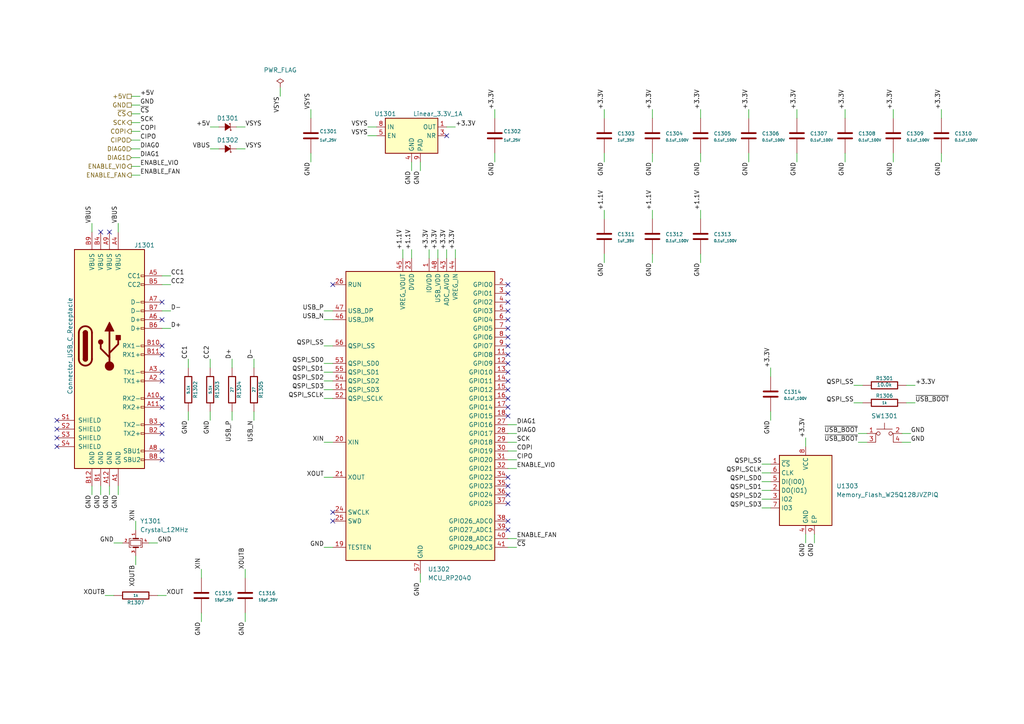
<source format=kicad_sch>
(kicad_sch (version 20230121) (generator eeschema)
  (paper "A4")
  (title_block (title "tmc5160-usb") (date "2024-05-10") (rev "1.0") (company "Howard Hughes Medical Institute"))
  (lib_symbols
    (symbol "Janelia:C_0.1uF_100V_0402" (pin_numbers hide) (pin_names (offset 0.254))
      (property "Reference" "C" (at 0 2.54 0))
      (property "Value" "0.1uF_100V" (at 0 0 0))
      (symbol "C_0.1uF_100V_0402_0_1"
        (polyline (pts (xy -2.032 -0.762) (xy 2.032 -0.762)) (stroke (width 0.508)))
        (polyline (pts (xy -2.032 0.762) (xy 2.032 0.762)) (stroke (width 0.508)))
      )
      (symbol "C_0.1uF_100V_0402_1_1"
        (pin passive line (at 0 5.08 270) (length 4.318) (name "~") (number "1"))
        (pin passive line (at 0 -5.08 90) (length 4.318) (name "~") (number "2"))
      )
    )
    (symbol "Janelia:C_15pF_25V_0402" (pin_numbers hide) (pin_names (offset 0.254))
      (property "Reference" "C" (at 0 2.54 0))
      (property "Value" "15pF_25V" (at 0 0 0))
      (symbol "C_15pF_25V_0402_0_1"
        (polyline (pts (xy -2.032 -0.762) (xy 2.032 -0.762)) (stroke (width 0.508)))
        (polyline (pts (xy -2.032 0.762) (xy 2.032 0.762)) (stroke (width 0.508)))
      )
      (symbol "C_15pF_25V_0402_1_1"
        (pin passive line (at 0 5.08 270) (length 4.318) (name "~") (number "1"))
        (pin passive line (at 0 -5.08 90) (length 4.318) (name "~") (number "2"))
      )
    )
    (symbol "Janelia:C_1uF_25V_0402" (pin_numbers hide) (pin_names (offset 0.254))
      (property "Reference" "C" (at 0 2.54 0))
      (property "Value" "1uF_25V" (at 0 0 0))
      (symbol "C_1uF_25V_0402_0_1"
        (polyline (pts (xy -2.032 -0.762) (xy 2.032 -0.762)) (stroke (width 0.508)))
        (polyline (pts (xy -2.032 0.762) (xy 2.032 0.762)) (stroke (width 0.508)))
      )
      (symbol "C_1uF_25V_0402_1_1"
        (pin passive line (at 0 5.08 270) (length 4.318) (name "~") (number "1"))
        (pin passive line (at 0 -5.08 90) (length 4.318) (name "~") (number "2"))
      )
    )
    (symbol "Janelia:C_1uF_35V_0402" (pin_numbers hide) (pin_names (offset 0.254))
      (property "Reference" "C" (at 0 2.54 0))
      (property "Value" "1uF_35V" (at 0 0 0))
      (symbol "C_1uF_35V_0402_0_1"
        (polyline (pts (xy -2.032 -0.762) (xy 2.032 -0.762)) (stroke (width 0.508)))
        (polyline (pts (xy -2.032 0.762) (xy 2.032 0.762)) (stroke (width 0.508)))
      )
      (symbol "C_1uF_35V_0402_1_1"
        (pin passive line (at 0 5.08 270) (length 4.318) (name "~") (number "1"))
        (pin passive line (at 0 -5.08 90) (length 4.318) (name "~") (number "2"))
      )
    )
    (symbol "Janelia:Connector_USB_C_Receptacle_10152803-00011LF" (pin_names (offset 1.016))
      (property "Reference" "J" (at 10.16 29.21 0))
      (property "Value" "Connector_USB_C_Receptacle" (at -11.43 0 90))
      (symbol "Connector_USB_C_Receptacle_10152803-00011LF_0_0"
        (rectangle (start 10.16 -32.766) (end 9.144 -33.274))
        (rectangle (start 10.16 -30.226) (end 9.144 -30.734))
        (rectangle (start 10.16 -25.146) (end 9.144 -25.654))
        (rectangle (start 10.16 -22.606) (end 9.144 -23.114))
        (rectangle (start 10.16 -17.526) (end 9.144 -18.034))
        (rectangle (start 10.16 -14.986) (end 9.144 -15.494))
        (rectangle (start 10.16 -9.906) (end 9.144 -10.414))
        (rectangle (start 10.16 -7.366) (end 9.144 -7.874))
        (rectangle (start 10.16 -2.286) (end 9.144 -2.794))
        (rectangle (start 10.16 0.254) (end 9.144 -0.254))
        (rectangle (start 10.16 5.334) (end 9.144 4.826))
        (rectangle (start 10.16 7.874) (end 9.144 7.366))
        (rectangle (start 10.16 10.414) (end 9.144 9.906))
        (rectangle (start 10.16 12.954) (end 9.144 12.446))
        (rectangle (start 10.16 18.034) (end 9.144 17.526))
        (rectangle (start 10.16 20.574) (end 9.144 20.066))
      )
      (symbol "Connector_USB_C_Receptacle_10152803-00011LF_0_1"
        (rectangle (start -10.16 27.94) (end 10.16 -35.56) (stroke (width 0.254)) (fill (type background)))
        (arc (start -8.89 -3.81) (mid -6.985 -5.7067) (end -5.08 -3.81) (stroke (width 0.508)))
        (arc (start -7.62 -3.81) (mid -6.985 -4.4423) (end -6.35 -3.81) (stroke (width 0.254)))
        (arc (start -7.62 -3.81) (mid -6.985 -4.4423) (end -6.35 -3.81) (stroke (width 0.254)) (fill (type outline)))
        (rectangle (start -7.62 -3.81) (end -6.35 3.81) (stroke (width 0.254)) (fill (type outline)))
        (arc (start -6.35 3.81) (mid -6.985 4.4423) (end -7.62 3.81) (stroke (width 0.254)))
        (arc (start -6.35 3.81) (mid -6.985 4.4423) (end -7.62 3.81) (stroke (width 0.254)) (fill (type outline)))
        (arc (start -5.08 3.81) (mid -6.985 5.7067) (end -8.89 3.81) (stroke (width 0.508)))
        (polyline (pts (xy -8.89 -3.81) (xy -8.89 3.81)) (stroke (width 0.508)))
        (polyline (pts (xy -5.08 3.81) (xy -5.08 -3.81)) (stroke (width 0.508)))
      )
      (symbol "Connector_USB_C_Receptacle_10152803-00011LF_1_1"
        (circle (center -2.54 1.143) (radius 0.635) (stroke (width 0.254)) (fill (type outline)))
        (circle (center 0 -5.842) (radius 1.27) (fill (type outline)))
        (polyline (pts (xy 0 -5.842) (xy 0 4.318)) (stroke (width 0.508)))
        (polyline (pts (xy 0 -3.302) (xy -2.54 -0.762) (xy -2.54 0.508)) (stroke (width 0.508)))
        (polyline (pts (xy 0 -2.032) (xy 2.54 0.508) (xy 2.54 1.778)) (stroke (width 0.508)))
        (polyline (pts (xy -1.27 4.318) (xy 0 6.858) (xy 1.27 4.318) (xy -1.27 4.318)) (stroke (width 0.254)) (fill (type outline)))
        (rectangle (start 1.905 1.778) (end 3.175 3.048) (stroke (width 0.254)) (fill (type outline)))
        (pin passive line (at 2.54 -40.64 90) (length 5.08) (name "GND") (number "A1"))
        (pin bidirectional line (at 15.24 -15.24 180) (length 5.08) (name "RX2-") (number "A10"))
        (pin bidirectional line (at 15.24 -17.78 180) (length 5.08) (name "RX2+") (number "A11"))
        (pin passive line (at 0 -40.64 90) (length 5.08) (name "GND") (number "A12"))
        (pin bidirectional line (at 15.24 -10.16 180) (length 5.08) (name "TX1+") (number "A2"))
        (pin bidirectional line (at 15.24 -7.62 180) (length 5.08) (name "TX1-") (number "A3"))
        (pin passive line (at 2.54 33.02 270) (length 5.08) (name "VBUS") (number "A4"))
        (pin bidirectional line (at 15.24 20.32 180) (length 5.08) (name "CC1") (number "A5"))
        (pin bidirectional line (at 15.24 7.62 180) (length 5.08) (name "D+") (number "A6"))
        (pin bidirectional line (at 15.24 12.7 180) (length 5.08) (name "D-") (number "A7"))
        (pin bidirectional line (at 15.24 -30.48 180) (length 5.08) (name "SBU1") (number "A8"))
        (pin passive line (at 0 33.02 270) (length 5.08) (name "VBUS") (number "A9"))
        (pin passive line (at -2.54 -40.64 90) (length 5.08) (name "GND") (number "B1"))
        (pin bidirectional line (at 15.24 0 180) (length 5.08) (name "RX1-") (number "B10"))
        (pin bidirectional line (at 15.24 -2.54 180) (length 5.08) (name "RX1+") (number "B11"))
        (pin passive line (at -5.08 -40.64 90) (length 5.08) (name "GND") (number "B12"))
        (pin bidirectional line (at 15.24 -25.4 180) (length 5.08) (name "TX2+") (number "B2"))
        (pin bidirectional line (at 15.24 -22.86 180) (length 5.08) (name "TX2-") (number "B3"))
        (pin passive line (at -2.54 33.02 270) (length 5.08) (name "VBUS") (number "B4"))
        (pin bidirectional line (at 15.24 17.78 180) (length 5.08) (name "CC2") (number "B5"))
        (pin bidirectional line (at 15.24 5.08 180) (length 5.08) (name "D+") (number "B6"))
        (pin bidirectional line (at 15.24 10.16 180) (length 5.08) (name "D-") (number "B7"))
        (pin bidirectional line (at 15.24 -33.02 180) (length 5.08) (name "SBU2") (number "B8"))
        (pin passive line (at -5.08 33.02 270) (length 5.08) (name "VBUS") (number "B9"))
        (pin passive line (at -15.24 -21.59 0) (length 5.08) (name "SHIELD") (number "S1"))
        (pin passive line (at -15.24 -24.13 0) (length 5.08) (name "SHIELD") (number "S2"))
        (pin passive line (at -15.24 -26.67 0) (length 5.08) (name "SHIELD") (number "S3"))
        (pin passive line (at -15.24 -29.21 0) (length 5.08) (name "SHIELD") (number "S4"))
      )
    )
    (symbol "Janelia:Crystal_12MHz_ABM8-272-T3" (pin_names (offset 1.016) hide)
      (property "Reference" "Y" (at 1.27 4.445 0))
      (property "Value" "Crystal_12MHz" (at 1.27 2.54 0))
      (symbol "Crystal_12MHz_ABM8-272-T3_0_1"
        (rectangle (start -0.762 1.524) (end 0.762 -1.524))
        (polyline (pts (xy -1.27 -0.762) (xy -1.27 0.762)) (stroke (width 0.381)))
        (polyline (pts (xy 1.27 -0.762) (xy 1.27 0.762)) (stroke (width 0.381)))
        (polyline (pts (xy -1.27 -1.27) (xy -1.27 -1.905) (xy 1.27 -1.905) (xy 1.27 -1.27)))
        (polyline (pts (xy -1.27 1.27) (xy -1.27 1.905) (xy 1.27 1.905) (xy 1.27 1.27)))
      )
      (symbol "Crystal_12MHz_ABM8-272-T3_1_1"
        (pin passive line (at -3.81 0 0) (length 2.54) (name "1") (number "1"))
        (pin passive line (at 0 -3.81 90) (length 1.905) (name "2") (number "2"))
        (pin passive line (at 3.81 0 180) (length 2.54) (name "3") (number "3"))
        (pin passive line (at 0 3.81 270) (length 1.905) (name "4") (number "4"))
      )
    )
    (symbol "Janelia:D_SCHOTTKY_40V_2A_0603" (pin_numbers hide) (pin_names (offset 0.254) hide)
      (property "Reference" "D" (at -1.27 2.032 0))
      (symbol "D_SCHOTTKY_40V_2A_0603_0_1"
        (polyline (pts (xy -0.762 -1.016) (xy -0.762 1.016)))
        (polyline (pts (xy -0.762 -1.016) (xy -0.508 -1.016) (xy -0.508 -0.762)))
        (polyline (pts (xy -0.762 1.016) (xy -1.016 1.016) (xy -1.016 0.762)))
        (polyline (pts (xy 0.762 -1.016) (xy -0.762 0) (xy 0.762 1.016) (xy 0.762 -1.016)) (fill (type outline)))
      )
      (symbol "D_SCHOTTKY_40V_2A_0603_1_1"
        (pin passive line (at -2.54 0 0) (length 1.778) (name "K") (number "1"))
        (pin passive line (at 2.54 0 180) (length 1.778) (name "A") (number "2"))
      )
    )
    (symbol "Janelia:MCU_RP2040"
      (property "Reference" "U" (at 17.78 45.72 0))
      (property "Value" "MCU_RP2040" (at 17.78 43.18 0))
      (symbol "MCU_RP2040_0_1"
        (rectangle (start -21.59 41.91) (end 21.59 -41.91) (stroke (width 0.254)) (fill (type background)))
      )
      (symbol "MCU_RP2040_1_1"
        (pin power_in line (at 2.54 45.72 270) (length 3.81) (name "IOVDD") (number "1"))
        (pin passive line (at 2.54 45.72 270) (length 3.81) hide (name "IOVDD") (number "10"))
        (pin bidirectional line (at 25.4 17.78 180) (length 3.81) (name "GPIO8") (number "11"))
        (pin bidirectional line (at 25.4 15.24 180) (length 3.81) (name "GPIO9") (number "12"))
        (pin bidirectional line (at 25.4 12.7 180) (length 3.81) (name "GPIO10") (number "13"))
        (pin bidirectional line (at 25.4 10.16 180) (length 3.81) (name "GPIO11") (number "14"))
        (pin bidirectional line (at 25.4 7.62 180) (length 3.81) (name "GPIO12") (number "15"))
        (pin bidirectional line (at 25.4 5.08 180) (length 3.81) (name "GPIO13") (number "16"))
        (pin bidirectional line (at 25.4 2.54 180) (length 3.81) (name "GPIO14") (number "17"))
        (pin bidirectional line (at 25.4 0 180) (length 3.81) (name "GPIO15") (number "18"))
        (pin input line (at -25.4 -38.1 0) (length 3.81) (name "TESTEN") (number "19"))
        (pin bidirectional line (at 25.4 38.1 180) (length 3.81) (name "GPIO0") (number "2"))
        (pin input line (at -25.4 -7.62 0) (length 3.81) (name "XIN") (number "20"))
        (pin passive line (at -25.4 -17.78 0) (length 3.81) (name "XOUT") (number "21"))
        (pin passive line (at 2.54 45.72 270) (length 3.81) hide (name "IOVDD") (number "22"))
        (pin power_in line (at -2.54 45.72 270) (length 3.81) (name "DVDD") (number "23"))
        (pin input line (at -25.4 -27.94 0) (length 3.81) (name "SWCLK") (number "24"))
        (pin bidirectional line (at -25.4 -30.48 0) (length 3.81) (name "SWD") (number "25"))
        (pin input line (at -25.4 38.1 0) (length 3.81) (name "RUN") (number "26"))
        (pin bidirectional line (at 25.4 -2.54 180) (length 3.81) (name "GPIO16") (number "27"))
        (pin bidirectional line (at 25.4 -5.08 180) (length 3.81) (name "GPIO17") (number "28"))
        (pin bidirectional line (at 25.4 -7.62 180) (length 3.81) (name "GPIO18") (number "29"))
        (pin bidirectional line (at 25.4 35.56 180) (length 3.81) (name "GPIO1") (number "3"))
        (pin bidirectional line (at 25.4 -10.16 180) (length 3.81) (name "GPIO19") (number "30"))
        (pin bidirectional line (at 25.4 -12.7 180) (length 3.81) (name "GPIO20") (number "31"))
        (pin bidirectional line (at 25.4 -15.24 180) (length 3.81) (name "GPIO21") (number "32"))
        (pin passive line (at 2.54 45.72 270) (length 3.81) hide (name "IOVDD") (number "33"))
        (pin bidirectional line (at 25.4 -17.78 180) (length 3.81) (name "GPIO22") (number "34"))
        (pin bidirectional line (at 25.4 -20.32 180) (length 3.81) (name "GPIO23") (number "35"))
        (pin bidirectional line (at 25.4 -22.86 180) (length 3.81) (name "GPIO24") (number "36"))
        (pin bidirectional line (at 25.4 -25.4 180) (length 3.81) (name "GPIO25") (number "37"))
        (pin bidirectional line (at 25.4 -30.48 180) (length 3.81) (name "GPIO26_ADC0") (number "38"))
        (pin bidirectional line (at 25.4 -33.02 180) (length 3.81) (name "GPIO27_ADC1") (number "39"))
        (pin bidirectional line (at 25.4 33.02 180) (length 3.81) (name "GPIO2") (number "4"))
        (pin bidirectional line (at 25.4 -35.56 180) (length 3.81) (name "GPIO28_ADC2") (number "40"))
        (pin bidirectional line (at 25.4 -38.1 180) (length 3.81) (name "GPIO29_ADC3") (number "41"))
        (pin passive line (at 2.54 45.72 270) (length 3.81) hide (name "IOVDD") (number "42"))
        (pin power_in line (at 7.62 45.72 270) (length 3.81) (name "ADC_AVDD") (number "43"))
        (pin power_in line (at 10.16 45.72 270) (length 3.81) (name "VREG_IN") (number "44"))
        (pin power_out line (at -5.08 45.72 270) (length 3.81) (name "VREG_VOUT") (number "45"))
        (pin bidirectional line (at -25.4 27.94 0) (length 3.81) (name "USB_DM") (number "46"))
        (pin bidirectional line (at -25.4 30.48 0) (length 3.81) (name "USB_DP") (number "47"))
        (pin power_in line (at 5.08 45.72 270) (length 3.81) (name "USB_VDD") (number "48"))
        (pin passive line (at 2.54 45.72 270) (length 3.81) hide (name "IOVDD") (number "49"))
        (pin bidirectional line (at 25.4 30.48 180) (length 3.81) (name "GPIO3") (number "5"))
        (pin passive line (at -2.54 45.72 270) (length 3.81) hide (name "DVDD") (number "50"))
        (pin bidirectional line (at -25.4 7.62 0) (length 3.81) (name "QSPI_SD3") (number "51"))
        (pin output line (at -25.4 5.08 0) (length 3.81) (name "QSPI_SCLK") (number "52"))
        (pin bidirectional line (at -25.4 15.24 0) (length 3.81) (name "QSPI_SD0") (number "53"))
        (pin bidirectional line (at -25.4 10.16 0) (length 3.81) (name "QSPI_SD2") (number "54"))
        (pin bidirectional line (at -25.4 12.7 0) (length 3.81) (name "QSPI_SD1") (number "55"))
        (pin bidirectional line (at -25.4 20.32 0) (length 3.81) (name "QSPI_SS") (number "56"))
        (pin power_in line (at 0 -45.72 90) (length 3.81) (name "GND") (number "57"))
        (pin bidirectional line (at 25.4 27.94 180) (length 3.81) (name "GPIO4") (number "6"))
        (pin bidirectional line (at 25.4 25.4 180) (length 3.81) (name "GPIO5") (number "7"))
        (pin bidirectional line (at 25.4 22.86 180) (length 3.81) (name "GPIO6") (number "8"))
        (pin bidirectional line (at 25.4 20.32 180) (length 3.81) (name "GPIO7") (number "9"))
      )
    )
    (symbol "Janelia:Memory_Flash_W25Q128JVZPIQ"
      (property "Reference" "U" (at -6.35 11.43 0))
      (property "Value" "Memory_Flash_W25Q128JVZPIQ" (at 7.62 11.43 0))
      (symbol "Memory_Flash_W25Q128JVZPIQ_0_1"
        (rectangle (start -7.62 10.16) (end 7.62 -10.16) (stroke (width 0.254)) (fill (type background)))
      )
      (symbol "Memory_Flash_W25Q128JVZPIQ_1_1"
        (pin input line (at -10.16 7.62 0) (length 2.54) (name "~{CS}") (number "1"))
        (pin bidirectional line (at -10.16 0 0) (length 2.54) (name "DO(IO1)") (number "2"))
        (pin bidirectional line (at -10.16 -2.54 0) (length 2.54) (name "IO2") (number "3"))
        (pin power_in line (at 0 -12.7 90) (length 2.54) (name "GND") (number "4"))
        (pin bidirectional line (at -10.16 2.54 0) (length 2.54) (name "DI(IO0)") (number "5"))
        (pin input line (at -10.16 5.08 0) (length 2.54) (name "CLK") (number "6"))
        (pin bidirectional line (at -10.16 -5.08 0) (length 2.54) (name "IO3") (number "7"))
        (pin power_in line (at 0 12.7 270) (length 2.54) (name "VCC") (number "8"))
        (pin passive line (at 2.54 -12.7 90) (length 2.54) (name "EP") (number "9"))
      )
    )
    (symbol "Janelia:R_10.0k_0402" (pin_numbers hide) (pin_names (offset 0))
      (property "Reference" "R" (at 2.032 0 90))
      (property "Value" "10.0k" (at 0.1778 0.0254 90))
      (symbol "R_10.0k_0402_0_1"
        (rectangle (start -1.016 3.81) (end 1.016 -3.81) (stroke (width 0.3048)))
      )
      (symbol "R_10.0k_0402_1_1"
        (pin passive line (at 0 6.35 270) (length 2.54) (name "~") (number "1"))
        (pin passive line (at 0 -6.35 90) (length 2.54) (name "~") (number "2"))
      )
    )
    (symbol "Janelia:R_1k_0402" (pin_numbers hide) (pin_names (offset 0))
      (property "Reference" "R" (at 2.032 0 90))
      (property "Value" "1k" (at 0 0 90))
      (symbol "R_1k_0402_0_1"
        (rectangle (start -1.016 3.81) (end 1.016 -3.81) (stroke (width 0.3048)))
      )
      (symbol "R_1k_0402_1_1"
        (pin passive line (at 0 6.35 270) (length 2.54) (name "~") (number "1"))
        (pin passive line (at 0 -6.35 90) (length 2.54) (name "~") (number "2"))
      )
    )
    (symbol "Janelia:R_27_0402" (pin_numbers hide) (pin_names (offset 0))
      (property "Reference" "R" (at 2.032 0 90))
      (property "Value" "27" (at 0 0 90))
      (symbol "R_27_0402_0_1"
        (rectangle (start -1.016 3.81) (end 1.016 -3.81) (stroke (width 0.3048)))
      )
      (symbol "R_27_0402_1_1"
        (pin passive line (at 0 6.35 270) (length 2.54) (name "~") (number "1"))
        (pin passive line (at 0 -6.35 90) (length 2.54) (name "~") (number "2"))
      )
    )
    (symbol "Janelia:R_5.1k_0402" (pin_numbers hide) (pin_names (offset 0))
      (property "Reference" "R" (at 2.032 0 90))
      (property "Value" "5.1k" (at 0 0 90))
      (symbol "R_5.1k_0402_0_1"
        (rectangle (start -1.016 3.81) (end 1.016 -3.81) (stroke (width 0.3048)))
      )
      (symbol "R_5.1k_0402_1_1"
        (pin passive line (at 0 6.35 270) (length 2.54) (name "~") (number "1"))
        (pin passive line (at 0 -6.35 90) (length 2.54) (name "~") (number "2"))
      )
    )
    (symbol "Janelia:Regulator_Linear_3.3V_1A_5.5Vin_TPS73733QDRBRQ1"
      (property "Reference" "U" (at -7.62 6.35 0))
      (property "Value" "Linear_3.3V_1A" (at 7.62 6.35 0))
      (symbol "Regulator_Linear_3.3V_1A_5.5Vin_TPS73733QDRBRQ1_0_1"
        (rectangle (start -7.62 -5.08) (end 7.62 5.08) (stroke (width 0.254)) (fill (type background)))
      )
      (symbol "Regulator_Linear_3.3V_1A_5.5Vin_TPS73733QDRBRQ1_1_1"
        (pin power_out line (at 10.16 2.54 180) (length 2.54) (name "OUT") (number "1"))
        (pin no_connect line (at 5.08 -7.62 90) (length 2.54) hide (name "2") (number "2"))
        (pin passive line (at 10.16 0 180) (length 2.54) (name "NR") (number "3"))
        (pin power_in line (at 0 -7.62 90) (length 2.54) (name "GND") (number "4"))
        (pin input line (at -10.16 0 0) (length 2.54) (name "EN") (number "5"))
        (pin no_connect line (at -2.54 -7.62 90) (length 2.54) hide (name "6") (number "6"))
        (pin no_connect line (at -10.16 -2.54 0) (length 2.54) hide (name "7") (number "7"))
        (pin power_in line (at -10.16 2.54 0) (length 2.54) (name "IN") (number "8"))
        (pin power_in line (at 2.54 -7.62 90) (length 2.54) (name "PAD") (number "9"))
      )
    )
    (symbol "Janelia:Switch_Tactile_SPST-NO_SMT_Side" (pin_names (offset 1.016) hide)
      (property "Reference" "SW" (at 0.635 5.715 0))
      (symbol "Switch_Tactile_SPST-NO_SMT_Side_0_1"
        (circle (center -1.778 2.54) (radius 0.508))
        (polyline (pts (xy -2.286 3.81) (xy 2.286 3.81)))
        (polyline (pts (xy 0 3.81) (xy 0 5.588)))
        (polyline (pts (xy -2.54 0) (xy -2.54 2.54) (xy -2.286 2.54)))
        (polyline (pts (xy 2.54 0) (xy 2.54 2.54) (xy 2.286 2.54)))
        (circle (center 1.778 2.54) (radius 0.508))
      )
      (symbol "Switch_Tactile_SPST-NO_SMT_Side_1_1"
        (pin passive line (at -5.08 2.54 0) (length 2.54) (name "1") (number "1"))
        (pin passive line (at 5.08 2.54 180) (length 2.54) (name "2") (number "2"))
        (pin passive line (at -5.08 0 0) (length 2.54) (name "3") (number "3"))
        (pin passive line (at 5.08 0 180) (length 2.54) (name "4") (number "4"))
      )
    )
    (symbol "power:PWR_FLAG" (power) (pin_numbers hide) (pin_names (offset 0) hide)
      (property "Value" "PWR_FLAG" (at 0 3.81 0))
      (symbol "PWR_FLAG_0_0"
        (pin power_out line (at 0 0 90) (length 0) (name "pwr") (number "1"))
      )
      (symbol "PWR_FLAG_0_1"
        (polyline (pts (xy 0 0) (xy 0 1.27) (xy -1.016 1.905) (xy 0 2.54) (xy 1.016 1.905) (xy 0 1.27)))
      )
    )
  )
  (no_connect (at 147.32 82.55))
  (no_connect (at 46.99 110.49))
  (no_connect (at 46.99 130.81))
  (no_connect (at 147.32 120.65))
  (no_connect (at 46.99 102.87))
  (no_connect (at 147.32 107.95))
  (no_connect (at 16.51 127))
  (no_connect (at 147.32 146.05))
  (no_connect (at 46.99 87.63))
  (no_connect (at 46.99 133.35))
  (no_connect (at 46.99 92.71))
  (no_connect (at 46.99 123.19))
  (no_connect (at 147.32 90.17))
  (no_connect (at 147.32 102.87))
  (no_connect (at 147.32 92.71))
  (no_connect (at 31.75 67.31))
  (no_connect (at 147.32 143.51))
  (no_connect (at 129.54 39.37))
  (no_connect (at 147.32 95.25))
  (no_connect (at 147.32 113.03))
  (no_connect (at 147.32 151.13))
  (no_connect (at 46.99 118.11))
  (no_connect (at 147.32 115.57))
  (no_connect (at 16.51 124.46))
  (no_connect (at 147.32 118.11))
  (no_connect (at 147.32 97.79))
  (no_connect (at 147.32 140.97))
  (no_connect (at 147.32 85.09))
  (no_connect (at 147.32 87.63))
  (no_connect (at 46.99 125.73))
  (no_connect (at 46.99 100.33))
  (no_connect (at 46.99 107.95))
  (no_connect (at 96.52 82.55))
  (no_connect (at 96.52 151.13))
  (no_connect (at 96.52 148.59))
  (no_connect (at 147.32 138.43))
  (no_connect (at 16.51 121.92))
  (no_connect (at 147.32 153.67))
  (no_connect (at 46.99 115.57))
  (no_connect (at 16.51 129.54))
  (no_connect (at 147.32 105.41))
  (no_connect (at 29.21 67.31))
  (no_connect (at 147.32 110.49))
  (no_connect (at 147.32 100.33))
  (wire (pts (xy 223.52 134.62) (xy 220.98 134.62)))
  (wire (pts (xy 121.92 46.99) (xy 121.92 49.53)))
  (wire (pts (xy 109.22 36.83) (xy 106.68 36.83)))
  (wire (pts (xy 223.52 144.78) (xy 220.98 144.78)))
  (wire (pts (xy 223.52 139.7) (xy 220.98 139.7)))
  (wire (pts (xy 58.42 167.64) (xy 58.42 165.1)))
  (wire (pts (xy 261.62 128.27) (xy 264.16 128.27)))
  (wire (pts (xy 189.23 63.5) (xy 189.23 60.96)))
  (wire (pts (xy 175.26 34.29) (xy 175.26 31.75)))
  (wire (pts (xy 96.52 138.43) (xy 93.98 138.43)))
  (wire (pts (xy 63.5 36.83) (xy 60.96 36.83)))
  (wire (pts (xy 73.66 119.38) (xy 73.66 121.92)))
  (wire (pts (xy 96.52 92.71) (xy 93.98 92.71)))
  (wire (pts (xy 236.22 154.94) (xy 236.22 157.48)))
  (wire (pts (xy 67.31 106.68) (xy 67.31 104.14)))
  (wire (pts (xy 46.99 95.25) (xy 49.53 95.25)))
  (wire (pts (xy 34.29 140.97) (xy 34.29 143.51)))
  (wire (pts (xy 119.38 74.93) (xy 119.38 72.39)))
  (wire (pts (xy 223.52 147.32) (xy 220.98 147.32)))
  (wire (pts (xy 38.1 50.8) (xy 40.64 50.8)))
  (wire (pts (xy 273.05 44.45) (xy 273.05 46.99)))
  (wire (pts (xy 259.08 44.45) (xy 259.08 46.99)))
  (wire (pts (xy 250.19 116.84) (xy 247.65 116.84)))
  (wire (pts (xy 96.52 100.33) (xy 93.98 100.33)))
  (wire (pts (xy 90.17 44.45) (xy 90.17 46.99)))
  (wire (pts (xy 43.18 157.48) (xy 45.72 157.48)))
  (wire (pts (xy 90.17 34.29) (xy 90.17 31.75)))
  (wire (pts (xy 29.21 140.97) (xy 29.21 143.51)))
  (wire (pts (xy 127 74.93) (xy 127 72.39)))
  (wire (pts (xy 223.52 109.22) (xy 223.52 106.68)))
  (wire (pts (xy 223.52 137.16) (xy 220.98 137.16)))
  (wire (pts (xy 38.1 43.18) (xy 40.64 43.18)))
  (wire (pts (xy 132.08 74.93) (xy 132.08 72.39)))
  (wire (pts (xy 203.2 73.66) (xy 203.2 76.2)))
  (wire (pts (xy 217.17 44.45) (xy 217.17 46.99)))
  (wire (pts (xy 175.26 44.45) (xy 175.26 46.99)))
  (wire (pts (xy 129.54 74.93) (xy 129.54 72.39)))
  (wire (pts (xy 81.28 25.4) (xy 81.28 27.94)))
  (wire (pts (xy 38.1 45.72) (xy 40.64 45.72)))
  (wire (pts (xy 147.32 133.35) (xy 149.86 133.35)))
  (wire (pts (xy 233.68 154.94) (xy 233.68 157.48)))
  (wire (pts (xy 245.11 44.45) (xy 245.11 46.99)))
  (wire (pts (xy 38.1 38.1) (xy 40.64 38.1)))
  (wire (pts (xy 189.23 34.29) (xy 189.23 31.75)))
  (wire (pts (xy 259.08 34.29) (xy 259.08 31.75)))
  (wire (pts (xy 245.11 34.29) (xy 245.11 31.75)))
  (wire (pts (xy 261.62 125.73) (xy 264.16 125.73)))
  (wire (pts (xy 46.99 82.55) (xy 49.53 82.55)))
  (wire (pts (xy 35.56 157.48) (xy 33.02 157.48)))
  (wire (pts (xy 73.66 106.68) (xy 73.66 104.14)))
  (wire (pts (xy 109.22 39.37) (xy 106.68 39.37)))
  (wire (pts (xy 96.52 158.75) (xy 93.98 158.75)))
  (wire (pts (xy 54.61 106.68) (xy 54.61 104.14)))
  (wire (pts (xy 71.12 177.8) (xy 71.12 180.34)))
  (wire (pts (xy 143.51 44.45) (xy 143.51 46.99)))
  (wire (pts (xy 96.52 115.57) (xy 93.98 115.57)))
  (wire (pts (xy 231.14 44.45) (xy 231.14 46.99)))
  (wire (pts (xy 189.23 73.66) (xy 189.23 76.2)))
  (wire (pts (xy 147.32 128.27) (xy 149.86 128.27)))
  (wire (pts (xy 147.32 135.89) (xy 149.86 135.89)))
  (wire (pts (xy 38.1 30.48) (xy 40.64 30.48)))
  (wire (pts (xy 71.12 167.64) (xy 71.12 165.1)))
  (wire (pts (xy 45.72 172.72) (xy 48.26 172.72)))
  (wire (pts (xy 67.31 119.38) (xy 67.31 121.92)))
  (wire (pts (xy 147.32 130.81) (xy 149.86 130.81)))
  (wire (pts (xy 175.26 63.5) (xy 175.26 60.96)))
  (wire (pts (xy 223.52 119.38) (xy 223.52 121.92)))
  (wire (pts (xy 46.99 90.17) (xy 49.53 90.17)))
  (wire (pts (xy 96.52 107.95) (xy 93.98 107.95)))
  (wire (pts (xy 96.52 113.03) (xy 93.98 113.03)))
  (wire (pts (xy 203.2 34.29) (xy 203.2 31.75)))
  (wire (pts (xy 68.58 36.83) (xy 71.12 36.83)))
  (wire (pts (xy 68.58 43.18) (xy 71.12 43.18)))
  (wire (pts (xy 38.1 35.56) (xy 40.64 35.56)))
  (wire (pts (xy 203.2 63.5) (xy 203.2 60.96)))
  (wire (pts (xy 129.54 36.83) (xy 132.08 36.83)))
  (wire (pts (xy 58.42 177.8) (xy 58.42 180.34)))
  (wire (pts (xy 175.26 73.66) (xy 175.26 76.2)))
  (wire (pts (xy 96.52 128.27) (xy 93.98 128.27)))
  (wire (pts (xy 143.51 34.29) (xy 143.51 31.75)))
  (wire (pts (xy 124.46 74.93) (xy 124.46 72.39)))
  (wire (pts (xy 38.1 33.02) (xy 40.64 33.02)))
  (wire (pts (xy 223.52 142.24) (xy 220.98 142.24)))
  (wire (pts (xy 46.99 80.01) (xy 49.53 80.01)))
  (wire (pts (xy 31.75 140.97) (xy 31.75 143.51)))
  (wire (pts (xy 217.17 34.29) (xy 217.17 31.75)))
  (wire (pts (xy 96.52 110.49) (xy 93.98 110.49)))
  (wire (pts (xy 203.2 44.45) (xy 203.2 46.99)))
  (wire (pts (xy 147.32 156.21) (xy 149.86 156.21)))
  (wire (pts (xy 38.1 27.94) (xy 40.64 27.94)))
  (wire (pts (xy 251.46 125.73) (xy 248.92 125.73)))
  (wire (pts (xy 262.89 116.84) (xy 265.43 116.84)))
  (wire (pts (xy 121.92 166.37) (xy 121.92 168.91)))
  (wire (pts (xy 96.52 90.17) (xy 93.98 90.17)))
  (wire (pts (xy 233.68 129.54) (xy 233.68 127)))
  (wire (pts (xy 116.84 74.93) (xy 116.84 72.39)))
  (wire (pts (xy 251.46 128.27) (xy 248.92 128.27)))
  (wire (pts (xy 38.1 48.26) (xy 40.64 48.26)))
  (wire (pts (xy 147.32 158.75) (xy 149.86 158.75)))
  (wire (pts (xy 60.96 119.38) (xy 60.96 121.92)))
  (wire (pts (xy 147.32 125.73) (xy 149.86 125.73)))
  (wire (pts (xy 39.37 161.29) (xy 39.37 163.83)))
  (wire (pts (xy 26.67 67.31) (xy 26.67 64.77)))
  (wire (pts (xy 250.19 111.76) (xy 247.65 111.76)))
  (wire (pts (xy 38.1 40.64) (xy 40.64 40.64)))
  (wire (pts (xy 273.05 34.29) (xy 273.05 31.75)))
  (wire (pts (xy 231.14 34.29) (xy 231.14 31.75)))
  (wire (pts (xy 189.23 44.45) (xy 189.23 46.99)))
  (wire (pts (xy 63.5 43.18) (xy 60.96 43.18)))
  (wire (pts (xy 262.89 111.76) (xy 265.43 111.76)))
  (wire (pts (xy 34.29 67.31) (xy 34.29 64.77)))
  (wire (pts (xy 119.38 46.99) (xy 119.38 49.53)))
  (wire (pts (xy 147.32 123.19) (xy 149.86 123.19)))
  (wire (pts (xy 96.52 105.41) (xy 93.98 105.41)))
  (wire (pts (xy 33.02 172.72) (xy 30.48 172.72)))
  (wire (pts (xy 54.61 119.38) (xy 54.61 121.92)))
  (wire (pts (xy 39.37 153.67) (xy 39.37 151.13)))
  (wire (pts (xy 26.67 140.97) (xy 26.67 143.51)))
  (wire (pts (xy 60.96 106.68) (xy 60.96 104.14)))
  (label "ENABLE_VIO" (at 149.86 135.89 0))
  (label "+3.3V" (at 273.05 31.75 90))
  (label "GND" (at 90.17 46.99 270))
  (label "GND" (at 233.68 157.48 270))
  (label "GND" (at 189.23 46.99 270))
  (label "GND" (at 34.29 143.51 270))
  (label "GND" (at 203.2 76.2 270))
  (label "~{CS}" (at 40.64 33.02 0))
  (label "+3.3V" (at 132.08 36.83 0))
  (label "GND" (at 245.11 46.99 270))
  (label "QSPI_SD2" (at 220.98 144.78 180))
  (label "CIPO" (at 149.86 133.35 0))
  (label "QSPI_SCLK" (at 220.98 137.16 180))
  (label "QSPI_SD3" (at 93.98 113.03 180))
  (label "+3.3V" (at 231.14 31.75 90))
  (label "XIN" (at 58.42 165.1 90))
  (label "QSPI_SCLK" (at 93.98 115.57 180))
  (label "XOUT" (at 93.98 138.43 180))
  (label "GND" (at 203.2 46.99 270))
  (label "GND" (at 29.21 143.51 270))
  (label "ENABLE_FAN" (at 40.64 50.8 0))
  (label "VSYS" (at 81.28 27.94 270))
  (label "QSPI_SS" (at 247.65 116.84 180))
  (label "GND" (at 121.92 49.53 270))
  (label "GND" (at 33.02 157.48 180))
  (label "GND" (at 236.22 157.48 270))
  (label "XOUT" (at 48.26 172.72 0))
  (label "VSYS" (at 90.17 31.75 90))
  (label "DIAG0" (at 40.64 43.18 0))
  (label "ENABLE_VIO" (at 40.64 48.26 0))
  (label "CC1" (at 54.61 104.14 90))
  (label "~{CS}" (at 149.86 158.75 0))
  (label "GND" (at 259.08 46.99 270))
  (label "XOUTB" (at 30.48 172.72 180))
  (label "GND" (at 54.61 121.92 270))
  (label "GND" (at 71.12 180.34 270))
  (label "GND" (at 175.26 46.99 270))
  (label "CC2" (at 49.53 82.55 0))
  (label "GND" (at 121.92 168.91 270))
  (label "GND" (at 93.98 158.75 180))
  (label "GND" (at 273.05 46.99 270))
  (label "+3.3V" (at 217.17 31.75 90))
  (label "+1.1V" (at 119.38 72.39 90))
  (label "D+" (at 49.53 95.25 0))
  (label "GND" (at 60.96 121.92 270))
  (label "VSYS" (at 106.68 39.37 180))
  (label "GND" (at 264.16 125.73 0))
  (label "+3.3V" (at 245.11 31.75 90))
  (label "USB_P" (at 93.98 90.17 180))
  (label "QSPI_SS" (at 93.98 100.33 180))
  (label "QSPI_SS" (at 220.98 134.62 180))
  (label "+3.3V" (at 223.52 106.68 90))
  (label "+3.3V" (at 265.43 111.76 0))
  (label "DIAG0" (at 149.86 125.73 0))
  (label "+1.1V" (at 189.23 60.96 90))
  (label "+3.3V" (at 203.2 31.75 90))
  (label "+3.3V" (at 127 72.39 90))
  (label "D-" (at 49.53 90.17 0))
  (label "GND" (at 143.51 46.99 270))
  (label "+3.3V" (at 259.08 31.75 90))
  (label "+1.1V" (at 116.84 72.39 90))
  (label "GND" (at 45.72 157.48 0))
  (label "VBUS" (at 26.67 64.77 90))
  (label "QSPI_SD0" (at 220.98 139.7 180))
  (label "CIPO" (at 40.64 40.64 0))
  (label "GND" (at 58.42 180.34 270))
  (label "QSPI_SS" (at 247.65 111.76 180))
  (label "+3.3V" (at 189.23 31.75 90))
  (label "VSYS" (at 71.12 36.83 0))
  (label "XOUTB" (at 39.37 163.83 270))
  (label "VBUS" (at 60.96 43.18 180))
  (label "GND" (at 175.26 76.2 270))
  (label "COPI" (at 40.64 38.1 0))
  (label "+3.3V" (at 175.26 31.75 90))
  (label "QSPI_SD1" (at 93.98 107.95 180))
  (label "QSPI_SD0" (at 93.98 105.41 180))
  (label "ENABLE_FAN" (at 149.86 156.21 0))
  (label "USB_P" (at 67.31 121.92 270))
  (label "+1.1V" (at 203.2 60.96 90))
  (label "USB_N" (at 73.66 121.92 270))
  (label "DIAG1" (at 149.86 123.19 0))
  (label "QSPI_SD3" (at 220.98 147.32 180))
  (label "+3.3V" (at 132.08 72.39 90))
  (label "VSYS" (at 71.12 43.18 0))
  (label "XIN" (at 39.37 151.13 90))
  (label "XIN" (at 93.98 128.27 180))
  (label "XOUTB" (at 71.12 165.1 90))
  (label "USB_N" (at 93.98 92.71 180))
  (label "GND" (at 217.17 46.99 270))
  (label "VSYS" (at 106.68 36.83 180))
  (label "SCK" (at 40.64 35.56 0))
  (label "D+" (at 67.31 104.14 90))
  (label "CC2" (at 60.96 104.14 90))
  (label "GND" (at 223.52 121.92 270))
  (label "GND" (at 264.16 128.27 0))
  (label "+3.3V" (at 129.54 72.39 90))
  (label "QSPI_SD2" (at 93.98 110.49 180))
  (label "GND" (at 231.14 46.99 270))
  (label "+1.1V" (at 175.26 60.96 90))
  (label "~{USB_BOOT}" (at 248.92 125.73 180))
  (label "+5V" (at 60.96 36.83 180))
  (label "GND" (at 119.38 49.53 270))
  (label "QSPI_SD1" (at 220.98 142.24 180))
  (label "+3.3V" (at 124.46 72.39 90))
  (label "GND" (at 189.23 76.2 270))
  (label "COPI" (at 149.86 130.81 0))
  (label "D-" (at 73.66 104.14 90))
  (label "SCK" (at 149.86 128.27 0))
  (label "+5V" (at 40.64 27.94 0))
  (label "+3.3V" (at 143.51 31.75 90))
  (label "+3.3V" (at 233.68 127 90))
  (label "VBUS" (at 34.29 64.77 90))
  (label "GND" (at 31.75 143.51 270))
  (label "GND" (at 26.67 143.51 270))
  (label "CC1" (at 49.53 80.01 0))
  (label "DIAG1" (at 40.64 45.72 0))
  (label "~{USB_BOOT}" (at 265.43 116.84 0))
  (label "GND" (at 40.64 30.48 0))
  (label "~{USB_BOOT}" (at 248.92 128.27 180))
  (hierarchical_label "GND" (shape passive) (at 38.1 30.48 180))
  (hierarchical_label "SCK" (shape output) (at 38.1 35.56 180))
  (hierarchical_label "ENABLE_VIO" (shape output) (at 38.1 48.26 180))
  (hierarchical_label "+5V" (shape passive) (at 38.1 27.94 180))
  (hierarchical_label "ENABLE_FAN" (shape output) (at 38.1 50.8 180))
  (hierarchical_label "~{CS}" (shape output) (at 38.1 33.02 180))
  (hierarchical_label "DIAG0" (shape input) (at 38.1 43.18 180))
  (hierarchical_label "DIAG1" (shape input) (at 38.1 45.72 180))
  (hierarchical_label "CIPO" (shape input) (at 38.1 40.64 180))
  (hierarchical_label "COPI" (shape output) (at 38.1 38.1 180))
  (symbol (lib_id "Janelia:R_1k_0402") (at 256.54 116.84 90) (unit 1)
    (property "Reference" "R1306" (at 256.54 114.808 90) (effects (font (size 1.016 1.016))))
    (property "Value" "1k" (at 256.54 116.84 90) (effects (font (size 0.762 0.762))))
    (property "Footprint" "Janelia:R_0402_1005Metric" (effects hide))
    (property "Vendor" "Digi-Key" (effects hide))
    (property "Vendor Part Number" "311-1.00KLRCT-ND" (effects hide))
    (property "Package" "0402" (effects hide))
    (property "Manufacturer" "YAGEO" (effects hide))
    (property "Manufacturer Part Number" "RC0402FR-071KL" (effects hide))
    (property "Synopsis" "RES SMD 1K OHM 1% 1/16W" (effects hide))
    (property "LCSC" "C106235" (effects hide))
  )
  (symbol (lib_id "Janelia:C_1uF_35V_0402") (at 175.26 68.58 0) (unit 1)
    (property "Reference" "C1311" (at 179.07 67.945 0) (effects (font (size 1.016 1.016)) (justify left)))
    (property "Value" "1uF_35V" (at 179.07 69.8499 0) (effects (font (size 0.762 0.762)) (justify left)))
    (property "Footprint" "Janelia:C_0402_1005Metric" (effects hide))
    (property "Vendor" "Digi-Key" (effects hide))
    (property "Vendor Part Number" "1276-6796-1-ND" (effects hide))
    (property "Package" "0402" (effects hide))
    (property "Manufacturer" "Samsung Electro-Mechanics" (effects hide))
    (property "Manufacturer Part Number" "CL05A105KL5NRNC" (effects hide))
    (property "Synopsis" "CAP CER 1UF 35V X5R" (effects hide))
    (property "LCSC" "C307413" (effects hide))
  )
  (symbol (lib_id "Janelia:C_15pF_25V_0402") (at 71.12 172.72 0) (unit 1)
    (property "Reference" "C1316" (at 74.93 172.085 0) (effects (font (size 1.016 1.016)) (justify left)))
    (property "Value" "15pF_25V" (at 74.93 173.9899 0) (effects (font (size 0.762 0.762)) (justify left)))
    (property "Footprint" "Janelia:C_0402_1005Metric" (effects hide))
    (property "Vendor" "Digi-Key" (effects hide))
    (property "Vendor Part Number" "399-6830-1-ND" (effects hide))
    (property "Package" "0402" (effects hide))
    (property "Manufacturer" "KEMET" (effects hide))
    (property "Manufacturer Part Number" "C0402C150J3GACAUTO" (effects hide))
    (property "Synopsis" "CAP CER 15PF 25V C0G/NP0" (effects hide))
    (property "LCSC" "C3888936" (effects hide))
  )
  (symbol (lib_id "Janelia:C_0.1uF_100V_0402") (at 231.14 39.37 0) (unit 1)
    (property "Reference" "C1307" (at 234.95 38.735 0) (effects (font (size 1.016 1.016)) (justify left)))
    (property "Value" "0.1uF_100V" (at 234.95 40.6399 0) (effects (font (size 0.762 0.762)) (justify left)))
    (property "Footprint" "Janelia:C_0402_1005Metric" (effects hide))
    (property "Vendor" "Digi-Key" (effects hide))
    (property "Vendor Part Number" "490-10458-1-ND" (effects hide))
    (property "Manufacturer" "Murata Electronics" (effects hide))
    (property "Manufacturer Part Number" "GRM155R62A104KE14D" (effects hide))
    (property "Package" "0402" (effects hide))
    (property "Synopsis" "CAP CER 0.1UF 100V X5R" (effects hide))
    (property "LCSC" "C162178" (effects hide))
  )
  (symbol (lib_id "Janelia:C_0.1uF_100V_0402") (at 259.08 39.37 0) (unit 1)
    (property "Reference" "C1309" (at 262.89 38.735 0) (effects (font (size 1.016 1.016)) (justify left)))
    (property "Value" "0.1uF_100V" (at 262.89 40.6399 0) (effects (font (size 0.762 0.762)) (justify left)))
    (property "Footprint" "Janelia:C_0402_1005Metric" (effects hide))
    (property "Vendor" "Digi-Key" (effects hide))
    (property "Vendor Part Number" "490-10458-1-ND" (effects hide))
    (property "Manufacturer" "Murata Electronics" (effects hide))
    (property "Manufacturer Part Number" "GRM155R62A104KE14D" (effects hide))
    (property "Package" "0402" (effects hide))
    (property "Synopsis" "CAP CER 0.1UF 100V X5R" (effects hide))
    (property "LCSC" "C162178" (effects hide))
  )
  (symbol (lib_id "Janelia:C_0.1uF_100V_0402") (at 203.2 68.58 0) (unit 1)
    (property "Reference" "C1313" (at 207.01 67.945 0) (effects (font (size 1.016 1.016)) (justify left)))
    (property "Value" "0.1uF_100V" (at 207.01 69.8499 0) (effects (font (size 0.762 0.762)) (justify left)))
    (property "Footprint" "Janelia:C_0402_1005Metric" (effects hide))
    (property "Vendor" "Digi-Key" (effects hide))
    (property "Vendor Part Number" "490-10458-1-ND" (effects hide))
    (property "Manufacturer" "Murata Electronics" (effects hide))
    (property "Manufacturer Part Number" "GRM155R62A104KE14D" (effects hide))
    (property "Package" "0402" (effects hide))
    (property "Synopsis" "CAP CER 0.1UF 100V X5R" (effects hide))
    (property "LCSC" "C162178" (effects hide))
  )
  (symbol (lib_id "Janelia:Switch_Tactile_SPST-NO_SMT_Side") (at 256.54 128.27 0) (unit 1)
    (property "Reference" "SW1301" (at 256.54 120.65 0))
    (property "Value" "Switch_Tactile_SPST-NO_SMT_Side" (effects hide))
    (property "Footprint" "Janelia:SMT_1045822_WRE" (effects hide))
    (property "Manufacturer" "Würth Elektronik" (effects hide))
    (property "Manufacturer Part Number" "436333045822" (effects hide))
    (property "Vendor" "Digi-Key" (effects hide))
    (property "Vendor Part Number" "732-7060-1-ND" (effects hide))
    (property "Synopsis" "SWITCH TACTILE SPST-NO 0.05A 12V" (effects hide))
    (property "LCSC" "C7185056" (effects hide))
    (property "Package" "-" (effects hide))
  )
  (symbol (lib_id "power:PWR_FLAG") (at 81.28 25.4 0) (unit 1)
    (property "Reference" "#FLG01301" (effects hide))
    (property "Value" "PWR_FLAG" (at 81.28 20.32 0))
  )
  (symbol (lib_id "Janelia:C_0.1uF_100V_0402") (at 189.23 39.37 0) (unit 1)
    (property "Reference" "C1304" (at 193.04 38.735 0) (effects (font (size 1.016 1.016)) (justify left)))
    (property "Value" "0.1uF_100V" (at 193.04 40.6399 0) (effects (font (size 0.762 0.762)) (justify left)))
    (property "Footprint" "Janelia:C_0402_1005Metric" (effects hide))
    (property "Vendor" "Digi-Key" (effects hide))
    (property "Vendor Part Number" "490-10458-1-ND" (effects hide))
    (property "Manufacturer" "Murata Electronics" (effects hide))
    (property "Manufacturer Part Number" "GRM155R62A104KE14D" (effects hide))
    (property "Package" "0402" (effects hide))
    (property "Synopsis" "CAP CER 0.1UF 100V X5R" (effects hide))
    (property "LCSC" "C162178" (effects hide))
  )
  (symbol (lib_id "Janelia:C_0.1uF_100V_0402") (at 217.17 39.37 0) (unit 1)
    (property "Reference" "C1306" (at 220.98 38.735 0) (effects (font (size 1.016 1.016)) (justify left)))
    (property "Value" "0.1uF_100V" (at 220.98 40.6399 0) (effects (font (size 0.762 0.762)) (justify left)))
    (property "Footprint" "Janelia:C_0402_1005Metric" (effects hide))
    (property "Vendor" "Digi-Key" (effects hide))
    (property "Vendor Part Number" "490-10458-1-ND" (effects hide))
    (property "Manufacturer" "Murata Electronics" (effects hide))
    (property "Manufacturer Part Number" "GRM155R62A104KE14D" (effects hide))
    (property "Package" "0402" (effects hide))
    (property "Synopsis" "CAP CER 0.1UF 100V X5R" (effects hide))
    (property "LCSC" "C162178" (effects hide))
  )
  (symbol (lib_id "Janelia:D_SCHOTTKY_40V_2A_0603") (at 66.04 36.83 180) (unit 1)
    (property "Reference" "D1301" (at 66.04 34.29 0))
    (property "Value" "D_SCHOTTKY_40V_2A" (effects hide))
    (property "Footprint" "Janelia:CR_DSN2_152AB-C_OSI" (effects hide))
    (property "Vendor" "Digi-Key" (effects hide))
    (property "Vendor Part Number" "NSR20F40NXT5GOSCT-ND" (effects hide))
    (property "Synopsis" "DIODE SCHOTTKY 40V 2A 2DSN" (effects hide))
    (property "Manufacturer" "onsemi" (effects hide))
    (property "Manufacturer Part Number" "NSR20F40NXT5G" (effects hide))
    (property "Sim.Enable" "0" (effects hide))
    (property "LCSC" "C153761" (effects hide))
    (property "Package" "0603" (effects hide))
  )
  (symbol (lib_id "Janelia:C_0.1uF_100V_0402") (at 223.52 114.3 0) (unit 1)
    (property "Reference" "C1314" (at 227.33 113.665 0) (effects (font (size 1.016 1.016)) (justify left)))
    (property "Value" "0.1uF_100V" (at 227.33 115.5699 0) (effects (font (size 0.762 0.762)) (justify left)))
    (property "Footprint" "Janelia:C_0402_1005Metric" (effects hide))
    (property "Vendor" "Digi-Key" (effects hide))
    (property "Vendor Part Number" "490-10458-1-ND" (effects hide))
    (property "Manufacturer" "Murata Electronics" (effects hide))
    (property "Manufacturer Part Number" "GRM155R62A104KE14D" (effects hide))
    (property "Package" "0402" (effects hide))
    (property "Synopsis" "CAP CER 0.1UF 100V X5R" (effects hide))
    (property "LCSC" "C162178" (effects hide))
  )
  (symbol (lib_id "Janelia:C_1uF_25V_0402") (at 90.17 39.37 0) (unit 1)
    (property "Reference" "C1301" (at 92.71 38.1 0) (effects (font (size 1.016 1.016)) (justify left)))
    (property "Value" "1uF_25V" (at 92.71 40.64 0) (effects (font (size 0.762 0.762)) (justify left)))
    (property "Footprint" "Janelia:C_0402_1005Metric" (effects hide))
    (property "Vendor" "Digi-Key" (effects hide))
    (property "Vendor Part Number" "490-12263-1-ND" (effects hide))
    (property "Synopsis" "CAP CER 1UF 25V X5R" (effects hide))
    (property "Package" "0402" (effects hide))
    (property "Manufacturer" "Murata Electronics" (effects hide))
    (property "Manufacturer Part Number" "GRT155R61E105KE01D" (effects hide))
    (property "LCSC" "C711085" (effects hide))
  )
  (symbol (lib_id "Janelia:R_5.1k_0402") (at 54.61 113.03 0) (unit 1)
    (property "Reference" "R1302" (at 56.642 113.03 90) (effects (font (size 1.016 1.016))))
    (property "Value" "5.1k" (at 54.61 113.03 90) (effects (font (size 0.762 0.762))))
    (property "Footprint" "Janelia:R_0402_1005Metric" (effects hide))
    (property "Vendor" "Digi-Key" (effects hide))
    (property "Vendor Part Number" "P5.1KJCT-ND" (effects hide))
    (property "Package" "0402" (effects hide))
    (property "Manufacturer" "Panasonic Electronic Components" (effects hide))
    (property "Manufacturer Part Number" "ERJ-2GEJ512X" (effects hide))
    (property "Synopsis" "RES SMD 5.1K OHM 5% 1/10W" (effects hide))
    (property "LCSC" "C413002" (effects hide))
  )
  (symbol (lib_id "Janelia:C_0.1uF_100V_0402") (at 273.05 39.37 0) (unit 1)
    (property "Reference" "C1310" (at 276.86 38.735 0) (effects (font (size 1.016 1.016)) (justify left)))
    (property "Value" "0.1uF_100V" (at 276.86 40.6399 0) (effects (font (size 0.762 0.762)) (justify left)))
    (property "Footprint" "Janelia:C_0402_1005Metric" (effects hide))
    (property "Vendor" "Digi-Key" (effects hide))
    (property "Vendor Part Number" "490-10458-1-ND" (effects hide))
    (property "Manufacturer" "Murata Electronics" (effects hide))
    (property "Manufacturer Part Number" "GRM155R62A104KE14D" (effects hide))
    (property "Package" "0402" (effects hide))
    (property "Synopsis" "CAP CER 0.1UF 100V X5R" (effects hide))
    (property "LCSC" "C162178" (effects hide))
  )
  (symbol (lib_id "Janelia:C_0.1uF_100V_0402") (at 189.23 68.58 0) (unit 1)
    (property "Reference" "C1312" (at 193.04 67.945 0) (effects (font (size 1.016 1.016)) (justify left)))
    (property "Value" "0.1uF_100V" (at 193.04 69.8499 0) (effects (font (size 0.762 0.762)) (justify left)))
    (property "Footprint" "Janelia:C_0402_1005Metric" (effects hide))
    (property "Vendor" "Digi-Key" (effects hide))
    (property "Vendor Part Number" "490-10458-1-ND" (effects hide))
    (property "Manufacturer" "Murata Electronics" (effects hide))
    (property "Manufacturer Part Number" "GRM155R62A104KE14D" (effects hide))
    (property "Package" "0402" (effects hide))
    (property "Synopsis" "CAP CER 0.1UF 100V X5R" (effects hide))
    (property "LCSC" "C162178" (effects hide))
  )
  (symbol (lib_id "Janelia:C_0.1uF_100V_0402") (at 203.2 39.37 0) (unit 1)
    (property "Reference" "C1305" (at 207.01 38.735 0) (effects (font (size 1.016 1.016)) (justify left)))
    (property "Value" "0.1uF_100V" (at 207.01 40.6399 0) (effects (font (size 0.762 0.762)) (justify left)))
    (property "Footprint" "Janelia:C_0402_1005Metric" (effects hide))
    (property "Vendor" "Digi-Key" (effects hide))
    (property "Vendor Part Number" "490-10458-1-ND" (effects hide))
    (property "Manufacturer" "Murata Electronics" (effects hide))
    (property "Manufacturer Part Number" "GRM155R62A104KE14D" (effects hide))
    (property "Package" "0402" (effects hide))
    (property "Synopsis" "CAP CER 0.1UF 100V X5R" (effects hide))
    (property "LCSC" "C162178" (effects hide))
  )
  (symbol (lib_id "Janelia:R_5.1k_0402") (at 60.96 113.03 0) (unit 1)
    (property "Reference" "R1303" (at 62.992 113.03 90) (effects (font (size 1.016 1.016))))
    (property "Value" "5.1k" (at 60.96 113.03 90) (effects (font (size 0.762 0.762))))
    (property "Footprint" "Janelia:R_0402_1005Metric" (effects hide))
    (property "Vendor" "Digi-Key" (effects hide))
    (property "Vendor Part Number" "P5.1KJCT-ND" (effects hide))
    (property "Package" "0402" (effects hide))
    (property "Manufacturer" "Panasonic Electronic Components" (effects hide))
    (property "Manufacturer Part Number" "ERJ-2GEJ512X" (effects hide))
    (property "Synopsis" "RES SMD 5.1K OHM 5% 1/10W" (effects hide))
    (property "LCSC" "C413002" (effects hide))
  )
  (symbol (lib_id "Janelia:C_1uF_25V_0402") (at 143.51 39.37 0) (unit 1)
    (property "Reference" "C1302" (at 146.05 38.1 0) (effects (font (size 1.016 1.016)) (justify left)))
    (property "Value" "1uF_25V" (at 146.05 40.64 0) (effects (font (size 0.762 0.762)) (justify left)))
    (property "Footprint" "Janelia:C_0402_1005Metric" (effects hide))
    (property "Vendor" "Digi-Key" (effects hide))
    (property "Vendor Part Number" "490-12263-1-ND" (effects hide))
    (property "Synopsis" "CAP CER 1UF 25V X5R" (effects hide))
    (property "Package" "0402" (effects hide))
    (property "Manufacturer" "Murata Electronics" (effects hide))
    (property "Manufacturer Part Number" "GRT155R61E105KE01D" (effects hide))
    (property "LCSC" "C711085" (effects hide))
  )
  (symbol (lib_id "Janelia:C_0.1uF_100V_0402") (at 245.11 39.37 0) (unit 1)
    (property "Reference" "C1308" (at 248.92 38.735 0) (effects (font (size 1.016 1.016)) (justify left)))
    (property "Value" "0.1uF_100V" (at 248.92 40.6399 0) (effects (font (size 0.762 0.762)) (justify left)))
    (property "Footprint" "Janelia:C_0402_1005Metric" (effects hide))
    (property "Vendor" "Digi-Key" (effects hide))
    (property "Vendor Part Number" "490-10458-1-ND" (effects hide))
    (property "Manufacturer" "Murata Electronics" (effects hide))
    (property "Manufacturer Part Number" "GRM155R62A104KE14D" (effects hide))
    (property "Package" "0402" (effects hide))
    (property "Synopsis" "CAP CER 0.1UF 100V X5R" (effects hide))
    (property "LCSC" "C162178" (effects hide))
  )
  (symbol (lib_id "Janelia:Connector_USB_C_Receptacle_10152803-00011LF") (at 31.75 100.33 0) (unit 1)
    (property "Reference" "J1301" (at 41.91 71.12 0))
    (property "Value" "Connector_USB_C_Receptacle" (at 20.32 100.33 90))
    (property "Footprint" "Janelia:USB_C_Receptacle_Amphenol_10152803-00011LF" (effects hide))
    (property "Synopsis" "USB 3.2 TYPE C GEN 2 RECEPTACLE" (effects hide))
    (property "Manufacturer" "Amphenol ICC (FCI)" (effects hide))
    (property "Manufacturer Part Number" "10152803-00011LF" (effects hide))
    (property "Vendor" "Digi-Key" (effects hide))
    (property "Vendor Part Number" "609-10152803-00011LFCT-ND" (effects hide))
    (property "LCSC" "C5410523" (effects hide))
    (property "Package" "USB-C-SMD" (effects hide))
  )
  (symbol (lib_id "Janelia:D_SCHOTTKY_40V_2A_0603") (at 66.04 43.18 180) (unit 1)
    (property "Reference" "D1302" (at 66.04 40.64 0))
    (property "Value" "D_SCHOTTKY_40V_2A" (effects hide))
    (property "Footprint" "Janelia:CR_DSN2_152AB-C_OSI" (effects hide))
    (property "Vendor" "Digi-Key" (effects hide))
    (property "Vendor Part Number" "NSR20F40NXT5GOSCT-ND" (effects hide))
    (property "Synopsis" "DIODE SCHOTTKY 40V 2A 2DSN" (effects hide))
    (property "Manufacturer" "onsemi" (effects hide))
    (property "Manufacturer Part Number" "NSR20F40NXT5G" (effects hide))
    (property "Sim.Enable" "0" (effects hide))
    (property "LCSC" "C153761" (effects hide))
    (property "Package" "0603" (effects hide))
  )
  (symbol (lib_id "Janelia:Regulator_Linear_3.3V_1A_5.5Vin_TPS73733QDRBRQ1") (at 119.38 39.37 0) (unit 1)
    (property "Reference" "U1301" (at 111.76 33.02 0))
    (property "Value" "Linear_3.3V_1A" (at 127 33.02 0))
    (property "Footprint" "Janelia:TPS737Q1" (effects hide))
    (property "Synopsis" "IC REG LINEAR 3.3V 1A" (effects hide))
    (property "Package" "VSON-8-EP(3x3)" (effects hide))
    (property "Manufacturer" "Texas Instruments" (effects hide))
    (property "Manufacturer Part Number" "TPS73733QDRBRQ1" (effects hide))
    (property "Vendor" "Digi-Key" (effects hide))
    (property "Vendor Part Number" "296-24157-1-ND" (effects hide))
    (property "LCSC" "C523768" (effects hide))
  )
  (symbol (lib_id "Janelia:Memory_Flash_W25Q128JVZPIQ") (at 233.68 142.24 0) (unit 1)
    (property "Reference" "U1303" (at 242.57 140.97 0) (effects (justify left)))
    (property "Value" "Memory_Flash_W25Q128JVZPIQ" (at 242.57 143.51 0) (effects (justify left)))
    (property "Footprint" "Janelia:WSON-8-1EP_6x5mm_P1.27mm_EP3.4x4.3mm" (effects hide))
    (property "Datasheet" "https://www.winbond.com/resource-files/w25q128jv%20revf%2003272018%20plus.pdf" (effects hide))
    (property "Package" "WSON-8-EP(5x6)" (effects hide))
    (property "Manufacturer" "Winbond Electronics" (effects hide))
    (property "Manufacturer Part Number" "W25Q128JVPIQ" (effects hide))
    (property "Vendor" "Digi-Key" (effects hide))
    (property "Vendor Part Number" "W25Q128JVPIQ-ND" (effects hide))
    (property "Synopsis" "IC FLASH 128MBIT SPI/QUAD" (effects hide))
    (property "LCSC" "C190862" (effects hide))
  )
  (symbol (lib_id "Janelia:R_27_0402") (at 67.31 113.03 0) (unit 1)
    (property "Reference" "R1304" (at 69.342 113.03 90) (effects (font (size 1.016 1.016))))
    (property "Value" "27" (at 67.31 113.03 90) (effects (font (size 0.762 0.762))))
    (property "Footprint" "Janelia:R_0402_1005Metric" (effects hide))
    (property "Vendor" "Digi-Key" (effects hide))
    (property "Vendor Part Number" "P27JCT-ND" (effects hide))
    (property "Package" "0402" (effects hide))
    (property "Manufacturer" "Panasonic Electronic Components" (effects hide))
    (property "Manufacturer Part Number" "ERJ-2GEJ270X" (effects hide))
    (property "Synopsis" "RES SMD 27 OHM 5% 1/10W" (effects hide))
    (property "LCSC" "C278580" (effects hide))
  )
  (symbol (lib_id "Janelia:MCU_RP2040") (at 121.92 120.65 0) (unit 1)
    (property "Reference" "U1302" (at 124.1141 165.1 0) (effects (justify left)))
    (property "Value" "MCU_RP2040" (at 124.1141 167.64 0) (effects (justify left)))
    (property "Footprint" "Janelia:QFN-56-1EP_7x7mm_P0.4mm_EP3.2x3.2mm" (effects hide))
    (property "Datasheet" "https://datasheets.raspberrypi.com/rp2040/rp2040-datasheet.pdf" (effects hide))
    (property "Package" "QFN-56(7x7)" (effects hide))
    (property "Manufacturer" "Raspberry Pi" (effects hide))
    (property "Manufacturer Part Number" "RP2040" (effects hide))
    (property "Vendor" "Digi-Key" (effects hide))
    (property "Vendor Part Number" "2648-SC0914(13)CT-ND" (effects hide))
    (property "Synopsis" "IC MCU 32BIT EXT MEM" (effects hide))
    (property "LCSC" "C2040" (effects hide))
  )
  (symbol (lib_id "Janelia:C_15pF_25V_0402") (at 58.42 172.72 0) (unit 1)
    (property "Reference" "C1315" (at 62.23 172.085 0) (effects (font (size 1.016 1.016)) (justify left)))
    (property "Value" "15pF_25V" (at 62.23 173.9899 0) (effects (font (size 0.762 0.762)) (justify left)))
    (property "Footprint" "Janelia:C_0402_1005Metric" (effects hide))
    (property "Vendor" "Digi-Key" (effects hide))
    (property "Vendor Part Number" "399-6830-1-ND" (effects hide))
    (property "Package" "0402" (effects hide))
    (property "Manufacturer" "KEMET" (effects hide))
    (property "Manufacturer Part Number" "C0402C150J3GACAUTO" (effects hide))
    (property "Synopsis" "CAP CER 15PF 25V C0G/NP0" (effects hide))
    (property "LCSC" "C3888936" (effects hide))
  )
  (symbol (lib_id "Janelia:C_1uF_35V_0402") (at 175.26 39.37 0) (unit 1)
    (property "Reference" "C1303" (at 179.07 38.735 0) (effects (font (size 1.016 1.016)) (justify left)))
    (property "Value" "1uF_35V" (at 179.07 40.6399 0) (effects (font (size 0.762 0.762)) (justify left)))
    (property "Footprint" "Janelia:C_0402_1005Metric" (effects hide))
    (property "Vendor" "Digi-Key" (effects hide))
    (property "Vendor Part Number" "1276-6796-1-ND" (effects hide))
    (property "Package" "0402" (effects hide))
    (property "Manufacturer" "Samsung Electro-Mechanics" (effects hide))
    (property "Manufacturer Part Number" "CL05A105KL5NRNC" (effects hide))
    (property "Synopsis" "CAP CER 1UF 35V X5R" (effects hide))
    (property "LCSC" "C307413" (effects hide))
  )
  (symbol (lib_id "Janelia:R_1k_0402") (at 39.37 172.72 270) (unit 1)
    (property "Reference" "R1307" (at 39.37 174.752 90) (effects (font (size 1.016 1.016))))
    (property "Value" "1k" (at 39.37 172.72 90) (effects (font (size 0.762 0.762))))
    (property "Footprint" "Janelia:R_0402_1005Metric" (effects hide))
    (property "Vendor" "Digi-Key" (effects hide))
    (property "Vendor Part Number" "311-1.00KLRCT-ND" (effects hide))
    (property "Package" "0402" (effects hide))
    (property "Manufacturer" "YAGEO" (effects hide))
    (property "Manufacturer Part Number" "RC0402FR-071KL" (effects hide))
    (property "Synopsis" "RES SMD 1K OHM 1% 1/16W" (effects hide))
    (property "LCSC" "C106235" (effects hide))
  )
  (symbol (lib_id "Janelia:R_10.0k_0402") (at 256.54 111.76 90) (unit 1)
    (property "Reference" "R1301" (at 256.54 109.728 90) (effects (font (size 1.016 1.016))))
    (property "Value" "10.0k" (at 256.5146 111.5822 90) (effects (font (size 1.016 1.016))))
    (property "Footprint" "Janelia:R_0402_1005Metric" (effects hide))
    (property "Vendor" "Digi-Key" (effects hide))
    (property "Vendor Part Number" "311-10KJRCT-ND" (effects hide))
    (property "Package" "0402" (effects hide))
    (property "Manufacturer" "YAGEO" (effects hide))
    (property "Manufacturer Part Number" "RC0402JR-0710KL" (effects hide))
    (property "Synopsis" "RES SMD 10K OHM 5% 1/10W" (effects hide))
    (property "LCSC" "C106234" (effects hide))
  )
  (symbol (lib_id "Janelia:R_27_0402") (at 73.66 113.03 0) (unit 1)
    (property "Reference" "R1305" (at 75.692 113.03 90) (effects (font (size 1.016 1.016))))
    (property "Value" "27" (at 73.66 113.03 90) (effects (font (size 0.762 0.762))))
    (property "Footprint" "Janelia:R_0402_1005Metric" (effects hide))
    (property "Vendor" "Digi-Key" (effects hide))
    (property "Vendor Part Number" "P27JCT-ND" (effects hide))
    (property "Package" "0402" (effects hide))
    (property "Manufacturer" "Panasonic Electronic Components" (effects hide))
    (property "Manufacturer Part Number" "ERJ-2GEJ270X" (effects hide))
    (property "Synopsis" "RES SMD 27 OHM 5% 1/10W" (effects hide))
    (property "LCSC" "C278580" (effects hide))
  )
  (symbol (lib_id "Janelia:Crystal_12MHz_ABM8-272-T3") (at 39.37 157.48 270) (unit 1)
    (property "Reference" "Y1301" (at 40.64 151.13 90) (effects (justify left)))
    (property "Value" "Crystal_12MHz" (at 40.64 153.67 90) (effects (justify left)))
    (property "Footprint" "Janelia:Crystal_SMD_Abracon_ABM8-4Pin_3.2x2.5mm" (effects hide))
    (property "Manufacturer" "Abracon LLC" (effects hide))
    (property "Manufacturer Part Number" "ABM8-272-T3" (effects hide))
    (property "Vendor" "Digi-Key" (effects hide))
    (property "Vendor Part Number" "535-ABM8-272-T3CT-ND" (effects hide))
    (property "Synopsis" "CRYSTAL 12.0000MHZ 10PF SMD" (effects hide))
    (property "LCSC" "C20625731" (effects hide))
    (property "Package" "SMD3225-4P" (effects hide))
  )
)
</source>
